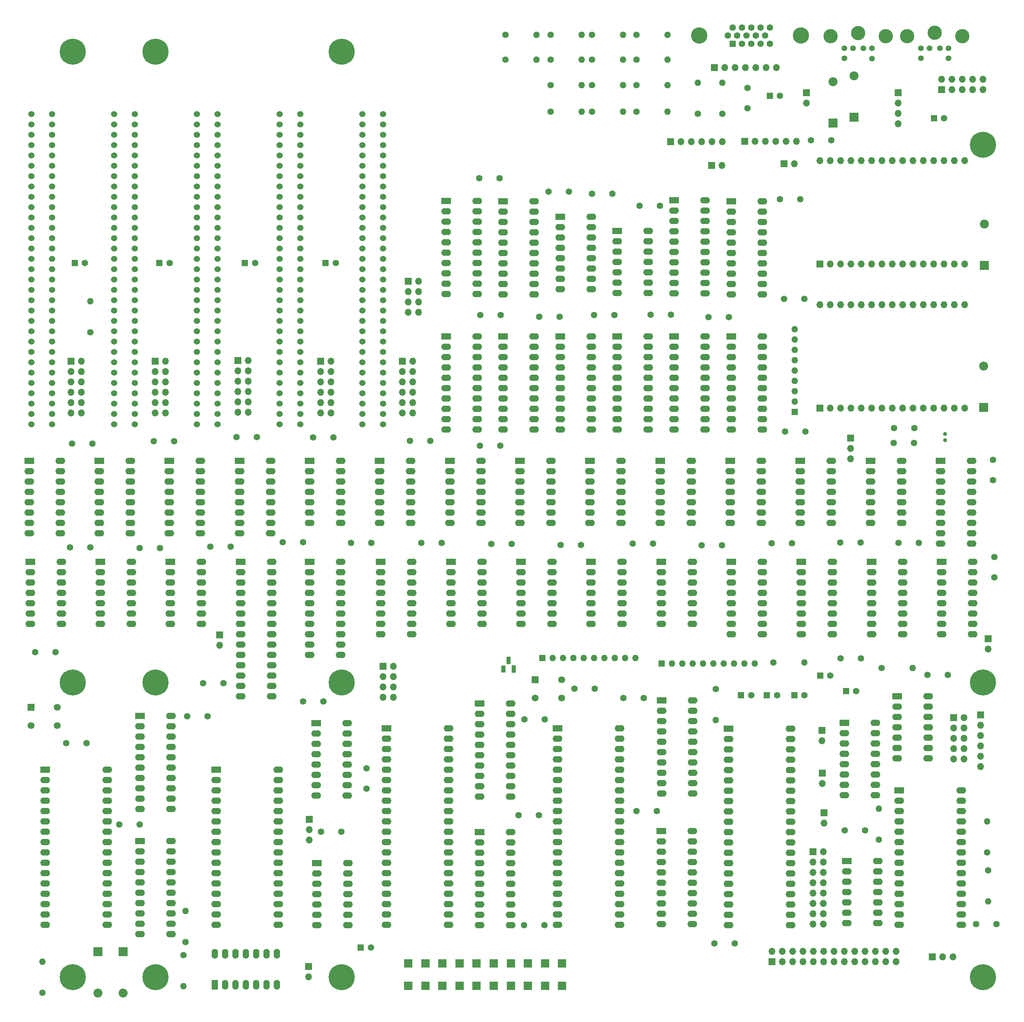
<source format=gts>
%TF.GenerationSoftware,KiCad,Pcbnew,8.0.6*%
%TF.CreationDate,2025-02-28T18:50:49-06:00*%
%TF.ProjectId,6809PC-6U,36383039-5043-42d3-9655-2e6b69636164,2/28/2025 001*%
%TF.SameCoordinates,Original*%
%TF.FileFunction,Soldermask,Top*%
%TF.FilePolarity,Negative*%
%FSLAX46Y46*%
G04 Gerber Fmt 4.6, Leading zero omitted, Abs format (unit mm)*
G04 Created by KiCad (PCBNEW 8.0.6) date 2025-02-28 18:50:49*
%MOMM*%
%LPD*%
G01*
G04 APERTURE LIST*
G04 Aperture macros list*
%AMRoundRect*
0 Rectangle with rounded corners*
0 $1 Rounding radius*
0 $2 $3 $4 $5 $6 $7 $8 $9 X,Y pos of 4 corners*
0 Add a 4 corners polygon primitive as box body*
4,1,4,$2,$3,$4,$5,$6,$7,$8,$9,$2,$3,0*
0 Add four circle primitives for the rounded corners*
1,1,$1+$1,$2,$3*
1,1,$1+$1,$4,$5*
1,1,$1+$1,$6,$7*
1,1,$1+$1,$8,$9*
0 Add four rect primitives between the rounded corners*
20,1,$1+$1,$2,$3,$4,$5,0*
20,1,$1+$1,$4,$5,$6,$7,0*
20,1,$1+$1,$6,$7,$8,$9,0*
20,1,$1+$1,$8,$9,$2,$3,0*%
G04 Aperture macros list end*
%ADD10C,1.600000*%
%ADD11O,1.600000X1.600000*%
%ADD12R,1.700000X1.700000*%
%ADD13C,1.700000*%
%ADD14O,1.700000X1.700000*%
%ADD15R,1.600000X1.600000*%
%ADD16R,2.400000X1.600000*%
%ADD17O,2.400000X1.600000*%
%ADD18R,1.600000X2.400000*%
%ADD19O,1.600000X2.400000*%
%ADD20R,2.200000X2.200000*%
%ADD21O,2.200000X2.200000*%
%ADD22C,1.000000*%
%ADD23C,3.600000*%
%ADD24C,6.400000*%
%ADD25R,2.125980X2.125980*%
%ADD26C,1.524000*%
%ADD27C,1.422400*%
%ADD28C,3.497580*%
%ADD29R,1.100000X1.800000*%
%ADD30RoundRect,0.275000X-0.275000X-0.625000X0.275000X-0.625000X0.275000X0.625000X-0.275000X0.625000X0*%
%ADD31C,4.000000*%
G04 APERTURE END LIST*
D10*
%TO.C,R26*%
X87376000Y-135255000D03*
D11*
X87376000Y-127635000D03*
%TD*%
D12*
%TO.C,SW1*%
X72764200Y-227386200D03*
D13*
X79264200Y-227386200D03*
X72764200Y-231886200D03*
X79264200Y-231886200D03*
%TD*%
D12*
%TO.C,SW2*%
X196617000Y-220600200D03*
D13*
X203117000Y-220600200D03*
X196617000Y-225100200D03*
X203117000Y-225100200D03*
%TD*%
D12*
%TO.C,P16*%
X285707600Y-76402600D03*
D14*
X285707600Y-78942600D03*
X285707600Y-81482600D03*
X285707600Y-84022600D03*
%TD*%
D12*
%TO.C,K2*%
X274084600Y-161244600D03*
D14*
X274084600Y-163784600D03*
X274084600Y-166324600D03*
%TD*%
D12*
%TO.C,K1*%
X141141000Y-254919800D03*
D14*
X141141000Y-257459800D03*
X141141000Y-259999800D03*
%TD*%
D12*
%TO.C,K3*%
X294150600Y-288701800D03*
D14*
X296690600Y-288701800D03*
X299230600Y-288701800D03*
%TD*%
D12*
%TO.C,P12*%
X140988600Y-291033600D03*
D14*
X140988600Y-293573600D03*
%TD*%
D12*
%TO.C,JP1*%
X119093800Y-209606200D03*
D14*
X119093800Y-212146200D03*
%TD*%
D12*
%TO.C,JP3*%
X267531400Y-253294200D03*
D14*
X267531400Y-255834200D03*
%TD*%
D15*
%TO.C,RR1*%
X198341800Y-215270400D03*
D11*
X200881800Y-215270400D03*
X203421800Y-215270400D03*
X205961800Y-215270400D03*
X208501800Y-215270400D03*
X211041800Y-215270400D03*
X213581800Y-215270400D03*
X216121800Y-215270400D03*
X218661800Y-215270400D03*
X221201800Y-215270400D03*
%TD*%
D15*
%TO.C,RR2*%
X227653400Y-216667400D03*
D11*
X230193400Y-216667400D03*
X232733400Y-216667400D03*
X235273400Y-216667400D03*
X237813400Y-216667400D03*
X240353400Y-216667400D03*
X242893400Y-216667400D03*
X245433400Y-216667400D03*
X247973400Y-216667400D03*
X250513400Y-216667400D03*
%TD*%
D10*
%TO.C,R6*%
X307585800Y-263064600D03*
D11*
X307585800Y-255444600D03*
%TD*%
D10*
%TO.C,R7*%
X281017400Y-259915000D03*
D11*
X281017400Y-252295000D03*
%TD*%
D10*
%TO.C,R4*%
X281704600Y-217734200D03*
D11*
X289324600Y-217734200D03*
%TD*%
D10*
%TO.C,R1*%
X110254600Y-288244600D03*
D11*
X110254600Y-295864600D03*
%TD*%
D10*
%TO.C,R3*%
X110762600Y-285044200D03*
D11*
X110762600Y-277424200D03*
%TD*%
D10*
%TO.C,R2*%
X75582200Y-297507000D03*
D11*
X75582200Y-289887000D03*
%TD*%
D12*
%TO.C,P18*%
X299332200Y-229926200D03*
D14*
X301872200Y-229926200D03*
X299332200Y-232466200D03*
X301872200Y-232466200D03*
X299332200Y-235006200D03*
X301872200Y-235006200D03*
X299332200Y-237546200D03*
X301872200Y-237546200D03*
X299332200Y-240086200D03*
X301872200Y-240086200D03*
%TD*%
D12*
%TO.C,P15*%
X159220800Y-217312400D03*
D14*
X161760800Y-217312400D03*
X159220800Y-219852400D03*
X161760800Y-219852400D03*
X159220800Y-222392400D03*
X161760800Y-222392400D03*
X159220800Y-224932400D03*
X161760800Y-224932400D03*
%TD*%
D12*
%TO.C,P1*%
X165418400Y-122748200D03*
D14*
X167958400Y-122748200D03*
X165418400Y-125288200D03*
X167958400Y-125288200D03*
X165418400Y-127828200D03*
X167958400Y-127828200D03*
X165418400Y-130368200D03*
X167958400Y-130368200D03*
%TD*%
D12*
%TO.C,P20*%
X254780600Y-289870200D03*
D14*
X254780600Y-287330200D03*
X257320600Y-289870200D03*
X257320600Y-287330200D03*
X259860600Y-289870200D03*
X259860600Y-287330200D03*
X262400600Y-289870200D03*
X262400600Y-287330200D03*
X264940600Y-289870200D03*
X264940600Y-287330200D03*
X267480600Y-289870200D03*
X267480600Y-287330200D03*
X270020600Y-289870200D03*
X270020600Y-287330200D03*
X272560600Y-289870200D03*
X272560600Y-287330200D03*
X275100600Y-289870200D03*
X275100600Y-287330200D03*
X277640600Y-289870200D03*
X277640600Y-287330200D03*
X280180600Y-289870200D03*
X280180600Y-287330200D03*
X282720600Y-289870200D03*
X282720600Y-287330200D03*
X285260600Y-289870200D03*
X285260600Y-287330200D03*
%TD*%
D16*
%TO.C,U57*%
X202099000Y-232582400D03*
D17*
X202099000Y-235122400D03*
X202099000Y-237662400D03*
X202099000Y-240202400D03*
X202099000Y-242742400D03*
X202099000Y-245282400D03*
X202099000Y-247822400D03*
X202099000Y-250362400D03*
X202099000Y-252902400D03*
X202099000Y-255442400D03*
X202099000Y-257982400D03*
X202099000Y-260522400D03*
X202099000Y-263062400D03*
X202099000Y-265602400D03*
X202099000Y-268142400D03*
X202099000Y-270682400D03*
X202099000Y-273222400D03*
X202099000Y-275762400D03*
X202099000Y-278302400D03*
X202099000Y-280842400D03*
X217339000Y-280842400D03*
X217339000Y-278302400D03*
X217339000Y-275762400D03*
X217339000Y-273222400D03*
X217339000Y-270682400D03*
X217339000Y-268142400D03*
X217339000Y-265602400D03*
X217339000Y-263062400D03*
X217339000Y-260522400D03*
X217339000Y-257982400D03*
X217339000Y-255442400D03*
X217339000Y-252902400D03*
X217339000Y-250362400D03*
X217339000Y-247822400D03*
X217339000Y-245282400D03*
X217339000Y-242742400D03*
X217339000Y-240202400D03*
X217339000Y-237662400D03*
X217339000Y-235122400D03*
X217339000Y-232582400D03*
%TD*%
D16*
%TO.C,U58*%
X244087800Y-232618400D03*
D17*
X244087800Y-235158400D03*
X244087800Y-237698400D03*
X244087800Y-240238400D03*
X244087800Y-242778400D03*
X244087800Y-245318400D03*
X244087800Y-247858400D03*
X244087800Y-250398400D03*
X244087800Y-252938400D03*
X244087800Y-255478400D03*
X244087800Y-258018400D03*
X244087800Y-260558400D03*
X244087800Y-263098400D03*
X244087800Y-265638400D03*
X244087800Y-268178400D03*
X244087800Y-270718400D03*
X244087800Y-273258400D03*
X244087800Y-275798400D03*
X244087800Y-278338400D03*
X244087800Y-280878400D03*
X259327800Y-280878400D03*
X259327800Y-278338400D03*
X259327800Y-275798400D03*
X259327800Y-273258400D03*
X259327800Y-270718400D03*
X259327800Y-268178400D03*
X259327800Y-265638400D03*
X259327800Y-263098400D03*
X259327800Y-260558400D03*
X259327800Y-258018400D03*
X259327800Y-255478400D03*
X259327800Y-252938400D03*
X259327800Y-250398400D03*
X259327800Y-247858400D03*
X259327800Y-245318400D03*
X259327800Y-242778400D03*
X259327800Y-240238400D03*
X259327800Y-237698400D03*
X259327800Y-235158400D03*
X259327800Y-232618400D03*
%TD*%
D16*
%TO.C,U9*%
X118226200Y-242732400D03*
D17*
X118226200Y-245272400D03*
X118226200Y-247812400D03*
X118226200Y-250352400D03*
X118226200Y-252892400D03*
X118226200Y-255432400D03*
X118226200Y-257972400D03*
X118226200Y-260512400D03*
X118226200Y-263052400D03*
X118226200Y-265592400D03*
X118226200Y-268132400D03*
X118226200Y-270672400D03*
X118226200Y-273212400D03*
X118226200Y-275752400D03*
X118226200Y-278292400D03*
X118226200Y-280832400D03*
X133466200Y-280832400D03*
X133466200Y-278292400D03*
X133466200Y-275752400D03*
X133466200Y-273212400D03*
X133466200Y-270672400D03*
X133466200Y-268132400D03*
X133466200Y-265592400D03*
X133466200Y-263052400D03*
X133466200Y-260512400D03*
X133466200Y-257972400D03*
X133466200Y-255432400D03*
X133466200Y-252892400D03*
X133466200Y-250352400D03*
X133466200Y-247812400D03*
X133466200Y-245272400D03*
X133466200Y-242732400D03*
%TD*%
D16*
%TO.C,U8*%
X76289800Y-242732400D03*
D17*
X76289800Y-245272400D03*
X76289800Y-247812400D03*
X76289800Y-250352400D03*
X76289800Y-252892400D03*
X76289800Y-255432400D03*
X76289800Y-257972400D03*
X76289800Y-260512400D03*
X76289800Y-263052400D03*
X76289800Y-265592400D03*
X76289800Y-268132400D03*
X76289800Y-270672400D03*
X76289800Y-273212400D03*
X76289800Y-275752400D03*
X76289800Y-278292400D03*
X76289800Y-280832400D03*
X91529800Y-280832400D03*
X91529800Y-278292400D03*
X91529800Y-275752400D03*
X91529800Y-273212400D03*
X91529800Y-270672400D03*
X91529800Y-268132400D03*
X91529800Y-265592400D03*
X91529800Y-263052400D03*
X91529800Y-260512400D03*
X91529800Y-257972400D03*
X91529800Y-255432400D03*
X91529800Y-252892400D03*
X91529800Y-250352400D03*
X91529800Y-247812400D03*
X91529800Y-245272400D03*
X91529800Y-242732400D03*
%TD*%
D16*
%TO.C,U48*%
X285971800Y-247782400D03*
D17*
X285971800Y-250322400D03*
X285971800Y-252862400D03*
X285971800Y-255402400D03*
X285971800Y-257942400D03*
X285971800Y-260482400D03*
X285971800Y-263022400D03*
X285971800Y-265562400D03*
X285971800Y-268102400D03*
X285971800Y-270642400D03*
X285971800Y-273182400D03*
X285971800Y-275722400D03*
X285971800Y-278262400D03*
X285971800Y-280802400D03*
X301211800Y-280802400D03*
X301211800Y-278262400D03*
X301211800Y-275722400D03*
X301211800Y-273182400D03*
X301211800Y-270642400D03*
X301211800Y-268102400D03*
X301211800Y-265562400D03*
X301211800Y-263022400D03*
X301211800Y-260482400D03*
X301211800Y-257942400D03*
X301211800Y-255402400D03*
X301211800Y-252862400D03*
X301211800Y-250322400D03*
X301211800Y-247782400D03*
%TD*%
D16*
%TO.C,U40*%
X124256600Y-191648400D03*
D17*
X124256600Y-194188400D03*
X124256600Y-196728400D03*
X124256600Y-199268400D03*
X124256600Y-201808400D03*
X124256600Y-204348400D03*
X124256600Y-206888400D03*
X124256600Y-209428400D03*
X124256600Y-211968400D03*
X124256600Y-214508400D03*
X124256600Y-217048400D03*
X124256600Y-219588400D03*
X124256600Y-222128400D03*
X124256600Y-224668400D03*
X131876600Y-224668400D03*
X131876600Y-222128400D03*
X131876600Y-219588400D03*
X131876600Y-217048400D03*
X131876600Y-214508400D03*
X131876600Y-211968400D03*
X131876600Y-209428400D03*
X131876600Y-206888400D03*
X131876600Y-204348400D03*
X131876600Y-201808400D03*
X131876600Y-199268400D03*
X131876600Y-196728400D03*
X131876600Y-194188400D03*
X131876600Y-191648400D03*
%TD*%
D16*
%TO.C,U38*%
X141215500Y-191648400D03*
D17*
X141215500Y-194188400D03*
X141215500Y-196728400D03*
X141215500Y-199268400D03*
X141215500Y-201808400D03*
X141215500Y-204348400D03*
X141215500Y-206888400D03*
X141215500Y-209428400D03*
X141215500Y-211968400D03*
X141215500Y-214508400D03*
X148835500Y-214508400D03*
X148835500Y-211968400D03*
X148835500Y-209428400D03*
X148835500Y-206888400D03*
X148835500Y-204348400D03*
X148835500Y-201808400D03*
X148835500Y-199268400D03*
X148835500Y-196728400D03*
X148835500Y-194188400D03*
X148835500Y-191648400D03*
%TD*%
D16*
%TO.C,U46*%
X182974800Y-226446400D03*
D17*
X182974800Y-228986400D03*
X182974800Y-231526400D03*
X182974800Y-234066400D03*
X182974800Y-236606400D03*
X182974800Y-239146400D03*
X182974800Y-241686400D03*
X182974800Y-244226400D03*
X182974800Y-246766400D03*
X182974800Y-249306400D03*
X190594800Y-249306400D03*
X190594800Y-246766400D03*
X190594800Y-244226400D03*
X190594800Y-241686400D03*
X190594800Y-239146400D03*
X190594800Y-236606400D03*
X190594800Y-234066400D03*
X190594800Y-231526400D03*
X190594800Y-228986400D03*
X190594800Y-226446400D03*
%TD*%
D16*
%TO.C,U31*%
X227678800Y-225684400D03*
D17*
X227678800Y-228224400D03*
X227678800Y-230764400D03*
X227678800Y-233304400D03*
X227678800Y-235844400D03*
X227678800Y-238384400D03*
X227678800Y-240924400D03*
X227678800Y-243464400D03*
X227678800Y-246004400D03*
X227678800Y-248544400D03*
X235298800Y-248544400D03*
X235298800Y-246004400D03*
X235298800Y-243464400D03*
X235298800Y-240924400D03*
X235298800Y-238384400D03*
X235298800Y-235844400D03*
X235298800Y-233304400D03*
X235298800Y-230764400D03*
X235298800Y-228224400D03*
X235298800Y-225684400D03*
%TD*%
D16*
%TO.C,U39*%
X99535800Y-260228400D03*
D17*
X99535800Y-262768400D03*
X99535800Y-265308400D03*
X99535800Y-267848400D03*
X99535800Y-270388400D03*
X99535800Y-272928400D03*
X99535800Y-275468400D03*
X99535800Y-278008400D03*
X99535800Y-280548400D03*
X99535800Y-283088400D03*
X107155800Y-283088400D03*
X107155800Y-280548400D03*
X107155800Y-278008400D03*
X107155800Y-275468400D03*
X107155800Y-272928400D03*
X107155800Y-270388400D03*
X107155800Y-267848400D03*
X107155800Y-265308400D03*
X107155800Y-262768400D03*
X107155800Y-260228400D03*
%TD*%
D16*
%TO.C,U28*%
X216736100Y-136276400D03*
D17*
X216736100Y-138816400D03*
X216736100Y-141356400D03*
X216736100Y-143896400D03*
X216736100Y-146436400D03*
X216736100Y-148976400D03*
X216736100Y-151516400D03*
X216736100Y-154056400D03*
X216736100Y-156596400D03*
X216736100Y-159136400D03*
X224356100Y-159136400D03*
X224356100Y-156596400D03*
X224356100Y-154056400D03*
X224356100Y-151516400D03*
X224356100Y-148976400D03*
X224356100Y-146436400D03*
X224356100Y-143896400D03*
X224356100Y-141356400D03*
X224356100Y-138816400D03*
X224356100Y-136276400D03*
%TD*%
D16*
%TO.C,U3*%
X202730700Y-136276400D03*
D17*
X202730700Y-138816400D03*
X202730700Y-141356400D03*
X202730700Y-143896400D03*
X202730700Y-146436400D03*
X202730700Y-148976400D03*
X202730700Y-151516400D03*
X202730700Y-154056400D03*
X202730700Y-156596400D03*
X202730700Y-159136400D03*
X210350700Y-159136400D03*
X210350700Y-156596400D03*
X210350700Y-154056400D03*
X210350700Y-151516400D03*
X210350700Y-148976400D03*
X210350700Y-146436400D03*
X210350700Y-143896400D03*
X210350700Y-141356400D03*
X210350700Y-138816400D03*
X210350700Y-136276400D03*
%TD*%
D16*
%TO.C,U36*%
X227551800Y-257815400D03*
D17*
X227551800Y-260355400D03*
X227551800Y-262895400D03*
X227551800Y-265435400D03*
X227551800Y-267975400D03*
X227551800Y-270515400D03*
X227551800Y-273055400D03*
X227551800Y-275595400D03*
X227551800Y-278135400D03*
X227551800Y-280675400D03*
X235171800Y-280675400D03*
X235171800Y-278135400D03*
X235171800Y-275595400D03*
X235171800Y-273055400D03*
X235171800Y-270515400D03*
X235171800Y-267975400D03*
X235171800Y-265435400D03*
X235171800Y-262895400D03*
X235171800Y-260355400D03*
X235171800Y-257815400D03*
%TD*%
D16*
%TO.C,U34*%
X230741600Y-136276400D03*
D17*
X230741600Y-138816400D03*
X230741600Y-141356400D03*
X230741600Y-143896400D03*
X230741600Y-146436400D03*
X230741600Y-148976400D03*
X230741600Y-151516400D03*
X230741600Y-154056400D03*
X230741600Y-156596400D03*
X230741600Y-159136400D03*
X238361600Y-159136400D03*
X238361600Y-156596400D03*
X238361600Y-154056400D03*
X238361600Y-151516400D03*
X238361600Y-148976400D03*
X238361600Y-146436400D03*
X238361600Y-143896400D03*
X238361600Y-141356400D03*
X238361600Y-138816400D03*
X238361600Y-136276400D03*
%TD*%
D16*
%TO.C,U41*%
X99535800Y-229494400D03*
D17*
X99535800Y-232034400D03*
X99535800Y-234574400D03*
X99535800Y-237114400D03*
X99535800Y-239654400D03*
X99535800Y-242194400D03*
X99535800Y-244734400D03*
X99535800Y-247274400D03*
X99535800Y-249814400D03*
X99535800Y-252354400D03*
X107155800Y-252354400D03*
X107155800Y-249814400D03*
X107155800Y-247274400D03*
X107155800Y-244734400D03*
X107155800Y-242194400D03*
X107155800Y-239654400D03*
X107155800Y-237114400D03*
X107155800Y-234574400D03*
X107155800Y-232034400D03*
X107155800Y-229494400D03*
%TD*%
D16*
%TO.C,U30*%
X142836800Y-231303400D03*
D17*
X142836800Y-233843400D03*
X142836800Y-236383400D03*
X142836800Y-238923400D03*
X142836800Y-241463400D03*
X142836800Y-244003400D03*
X142836800Y-246543400D03*
X142836800Y-249083400D03*
X150456800Y-249083400D03*
X150456800Y-246543400D03*
X150456800Y-244003400D03*
X150456800Y-241463400D03*
X150456800Y-238923400D03*
X150456800Y-236383400D03*
X150456800Y-233843400D03*
X150456800Y-231303400D03*
%TD*%
D16*
%TO.C,U49*%
X272509800Y-231196200D03*
D17*
X272509800Y-233736200D03*
X272509800Y-236276200D03*
X272509800Y-238816200D03*
X272509800Y-241356200D03*
X272509800Y-243896200D03*
X272509800Y-246436200D03*
X272509800Y-248976200D03*
X280129800Y-248976200D03*
X280129800Y-246436200D03*
X280129800Y-243896200D03*
X280129800Y-241356200D03*
X280129800Y-238816200D03*
X280129800Y-236276200D03*
X280129800Y-233736200D03*
X280129800Y-231196200D03*
%TD*%
D16*
%TO.C,U42*%
X124002600Y-166883400D03*
D17*
X124002600Y-169423400D03*
X124002600Y-171963400D03*
X124002600Y-174503400D03*
X124002600Y-177043400D03*
X124002600Y-179583400D03*
X124002600Y-182123400D03*
X124002600Y-184663400D03*
X131622600Y-184663400D03*
X131622600Y-182123400D03*
X131622600Y-179583400D03*
X131622600Y-177043400D03*
X131622600Y-174503400D03*
X131622600Y-171963400D03*
X131622600Y-169423400D03*
X131622600Y-166883400D03*
%TD*%
D16*
%TO.C,P17*%
X273138800Y-265146200D03*
D17*
X273138800Y-267686200D03*
X273138800Y-270226200D03*
X273138800Y-272766200D03*
X273138800Y-275306200D03*
X273138800Y-277846200D03*
X273138800Y-280386200D03*
X280758800Y-280386200D03*
X280758800Y-277846200D03*
X280758800Y-275306200D03*
X280758800Y-272766200D03*
X280758800Y-270226200D03*
X280758800Y-267686200D03*
X280758800Y-265146200D03*
%TD*%
D18*
%TO.C,U19*%
X117950800Y-295534400D03*
D19*
X120490800Y-295534400D03*
X123030800Y-295534400D03*
X125570800Y-295534400D03*
X128110800Y-295534400D03*
X130650800Y-295534400D03*
X133190800Y-295534400D03*
X133190800Y-287914400D03*
X130650800Y-287914400D03*
X128110800Y-287914400D03*
X125570800Y-287914400D03*
X123030800Y-287914400D03*
X120490800Y-287914400D03*
X117950800Y-287914400D03*
%TD*%
D16*
%TO.C,P14*%
X142969800Y-265689400D03*
D17*
X142969800Y-268229400D03*
X142969800Y-270769400D03*
X142969800Y-273309400D03*
X142969800Y-275849400D03*
X142969800Y-278389400D03*
X142969800Y-280929400D03*
X150589800Y-280929400D03*
X150589800Y-278389400D03*
X150589800Y-275849400D03*
X150589800Y-273309400D03*
X150589800Y-270769400D03*
X150589800Y-268229400D03*
X150589800Y-265689400D03*
%TD*%
D16*
%TO.C,U7*%
X216736100Y-110368400D03*
D17*
X216736100Y-112908400D03*
X216736100Y-115448400D03*
X216736100Y-117988400D03*
X216736100Y-120528400D03*
X216736100Y-123068400D03*
X216736100Y-125608400D03*
X224356100Y-125608400D03*
X224356100Y-123068400D03*
X224356100Y-120528400D03*
X224356100Y-117988400D03*
X224356100Y-115448400D03*
X224356100Y-112908400D03*
X224356100Y-110368400D03*
%TD*%
D20*
%TO.C,D2*%
X89197800Y-287453400D03*
D21*
X89197800Y-297613400D03*
%TD*%
D20*
%TO.C,D1*%
X95395400Y-287453400D03*
D21*
X95395400Y-297613400D03*
%TD*%
D10*
%TO.C,C29*%
X123259400Y-160990600D03*
X128259400Y-160990600D03*
%TD*%
%TO.C,C46*%
X102934600Y-162030600D03*
X107934600Y-162030600D03*
%TD*%
%TO.C,C44*%
X220536600Y-187176600D03*
X225536600Y-187176600D03*
%TD*%
%TO.C,C42*%
X99480200Y-188243400D03*
X104480200Y-188243400D03*
%TD*%
%TO.C,C39*%
X222217800Y-104196200D03*
X227217800Y-104196200D03*
%TD*%
%TO.C,C36*%
X272636800Y-257612200D03*
X277636800Y-257612200D03*
%TD*%
%TO.C,C32*%
X218250600Y-225073400D03*
X223250600Y-225073400D03*
%TD*%
%TO.C,C25*%
X183046200Y-163148200D03*
X188046200Y-163148200D03*
%TD*%
%TO.C,C48*%
X82868600Y-162589400D03*
X87868600Y-162589400D03*
%TD*%
%TO.C,C50*%
X285814600Y-186973400D03*
X290814600Y-186973400D03*
%TD*%
%TO.C,C52*%
X116803000Y-187938600D03*
X121803000Y-187938600D03*
%TD*%
%TO.C,C54*%
X202858200Y-187532200D03*
X207858200Y-187532200D03*
%TD*%
%TO.C,C62*%
X237503800Y-187633800D03*
X242503800Y-187633800D03*
%TD*%
%TO.C,C58*%
X144031800Y-257966400D03*
X149031800Y-257966400D03*
%TD*%
%TO.C,C24*%
X182898600Y-97389000D03*
X187898600Y-97389000D03*
%TD*%
%TO.C,C23*%
X168623800Y-187000200D03*
X173623800Y-187000200D03*
%TD*%
%TO.C,C27*%
X292909800Y-219410600D03*
X297909800Y-219410600D03*
%TD*%
%TO.C,C19*%
X254657400Y-187101800D03*
X259657400Y-187101800D03*
%TD*%
%TO.C,C31*%
X94451000Y-256213800D03*
X99451000Y-256213800D03*
%TD*%
%TO.C,C34*%
X221455800Y-252837000D03*
X226455800Y-252837000D03*
%TD*%
%TO.C,C38*%
X185789400Y-187278200D03*
X190789400Y-187278200D03*
%TD*%
%TO.C,C15*%
X111169000Y-229570600D03*
X116169000Y-229570600D03*
%TD*%
%TO.C,C11*%
X134638600Y-186847800D03*
X139638600Y-186847800D03*
%TD*%
%TO.C,C7*%
X309011000Y-166573800D03*
X309011000Y-171573800D03*
%TD*%
%TO.C,C20*%
X211037000Y-131042600D03*
X216037000Y-131042600D03*
%TD*%
%TO.C,C16*%
X257705400Y-127056200D03*
X262705400Y-127056200D03*
%TD*%
%TO.C,C12*%
X257925400Y-159643000D03*
X262925400Y-159643000D03*
%TD*%
%TO.C,C8*%
X264275400Y-88116600D03*
X269275400Y-88116600D03*
%TD*%
%TO.C,C5*%
X271489000Y-186922600D03*
X276489000Y-186922600D03*
%TD*%
%TO.C,C9*%
X82365400Y-188117800D03*
X87365400Y-188117800D03*
%TD*%
%TO.C,C13*%
X240585800Y-285374400D03*
X245585800Y-285374400D03*
%TD*%
%TO.C,C17*%
X193922200Y-230332600D03*
X198922200Y-230332600D03*
%TD*%
%TO.C,C21*%
X165825000Y-161929000D03*
X170825000Y-161929000D03*
%TD*%
D15*
%TO.C,C61*%
X253503800Y-224407400D03*
D10*
X256003800Y-224407400D03*
%TD*%
D15*
%TO.C,C65*%
X272930800Y-223398400D03*
D10*
X275430800Y-223398400D03*
%TD*%
D15*
%TO.C,C35*%
X266580800Y-219588400D03*
D10*
X269080800Y-219588400D03*
%TD*%
D15*
%TO.C,C2*%
X83523000Y-118267800D03*
D10*
X86023000Y-118267800D03*
%TD*%
D15*
%TO.C,C3*%
X125310000Y-118267800D03*
D10*
X127810000Y-118267800D03*
%TD*%
D15*
%TO.C,C28*%
X153739400Y-286365000D03*
D10*
X156239400Y-286365000D03*
%TD*%
D15*
%TO.C,C63*%
X260234800Y-224407400D03*
D10*
X262734800Y-224407400D03*
%TD*%
D15*
%TO.C,C4*%
X104329600Y-118267800D03*
D10*
X106829600Y-118267800D03*
%TD*%
D15*
%TO.C,C1*%
X145103400Y-118267800D03*
D10*
X147603400Y-118267800D03*
%TD*%
D15*
%TO.C,C64*%
X294520800Y-82682400D03*
D10*
X297020800Y-82682400D03*
%TD*%
D15*
%TO.C,C66*%
X247153800Y-224407400D03*
D10*
X249653800Y-224407400D03*
%TD*%
D22*
%TO.C,X1*%
X297253400Y-161766600D03*
X297253400Y-160266600D03*
%TD*%
D23*
%TO.C,P6*%
X149040400Y-66372400D03*
D24*
X149040400Y-66372400D03*
%TD*%
D23*
%TO.C,P5*%
X83000400Y-293702400D03*
D24*
X83000400Y-293702400D03*
%TD*%
D23*
%TO.C,P3*%
X103320400Y-293702400D03*
D24*
X103320400Y-293702400D03*
%TD*%
D23*
%TO.C,P2*%
X103320400Y-66372400D03*
D24*
X103320400Y-66372400D03*
%TD*%
D23*
%TO.C,P7*%
X83000400Y-66372400D03*
D24*
X83000400Y-66372400D03*
%TD*%
D25*
%TO.C,P11*%
X203221100Y-295829020D03*
X203221100Y-290327380D03*
X199019940Y-295829020D03*
X199019940Y-290327380D03*
X194821320Y-295829020D03*
X194821320Y-290327380D03*
X190620160Y-295829020D03*
X190620160Y-290327380D03*
X186421540Y-295829020D03*
X186421540Y-290327380D03*
X182220380Y-295829020D03*
X182220380Y-290327380D03*
X178021760Y-295829020D03*
X178021760Y-290327380D03*
X173820600Y-295829020D03*
X173820600Y-290327380D03*
X169621980Y-295829020D03*
X169621980Y-290327380D03*
X165420820Y-295829020D03*
X165420820Y-290327380D03*
%TD*%
D10*
%TO.C,C37*%
X197575000Y-131449000D03*
X202575000Y-131449000D03*
%TD*%
%TO.C,C6*%
X224961000Y-130917000D03*
X229961000Y-130917000D03*
%TD*%
%TO.C,C10*%
X199865800Y-100691000D03*
X204865800Y-100691000D03*
%TD*%
%TO.C,C14*%
X155161800Y-247401400D03*
X155161800Y-242401400D03*
%TD*%
%TO.C,C18*%
X210579800Y-101223000D03*
X215579800Y-101223000D03*
%TD*%
%TO.C,C22*%
X304847800Y-280675400D03*
X309847800Y-280675400D03*
%TD*%
%TO.C,C26*%
X193896800Y-280929400D03*
X198896800Y-280929400D03*
%TD*%
%TO.C,C30*%
X256711000Y-102570600D03*
X261711000Y-102570600D03*
%TD*%
%TO.C,C33*%
X81454800Y-236225400D03*
X86454800Y-236225400D03*
%TD*%
%TO.C,C55*%
X192495000Y-253877000D03*
X197495000Y-253877000D03*
%TD*%
%TO.C,C40*%
X183097000Y-131042600D03*
X188097000Y-131042600D03*
%TD*%
%TO.C,C43*%
X142050600Y-161116200D03*
X147050600Y-161116200D03*
%TD*%
%TO.C,C45*%
X139620800Y-225938400D03*
X144620800Y-225938400D03*
%TD*%
%TO.C,C47*%
X115008200Y-221493400D03*
X120008200Y-221493400D03*
%TD*%
%TO.C,C49*%
X151397800Y-187024200D03*
X156397800Y-187024200D03*
%TD*%
%TO.C,C51*%
X309315800Y-190500600D03*
X309315800Y-195500600D03*
%TD*%
%TO.C,C53*%
X239134200Y-131526600D03*
X244134200Y-131526600D03*
%TD*%
D16*
%TO.C,U45*%
X174719800Y-136276400D03*
D17*
X174719800Y-138816400D03*
X174719800Y-141356400D03*
X174719800Y-143896400D03*
X174719800Y-146436400D03*
X174719800Y-148976400D03*
X174719800Y-151516400D03*
X174719800Y-154056400D03*
X174719800Y-156596400D03*
X174719800Y-159136400D03*
X182339800Y-159136400D03*
X182339800Y-156596400D03*
X182339800Y-154056400D03*
X182339800Y-151516400D03*
X182339800Y-148976400D03*
X182339800Y-146436400D03*
X182339800Y-143896400D03*
X182339800Y-141356400D03*
X182339800Y-138816400D03*
X182339800Y-136276400D03*
%TD*%
D16*
%TO.C,U26*%
X188725200Y-136276400D03*
D17*
X188725200Y-138816400D03*
X188725200Y-141356400D03*
X188725200Y-143896400D03*
X188725200Y-146436400D03*
X188725200Y-148976400D03*
X188725200Y-151516400D03*
X188725200Y-154056400D03*
X188725200Y-156596400D03*
X188725200Y-159136400D03*
X196345200Y-159136400D03*
X196345200Y-156596400D03*
X196345200Y-154056400D03*
X196345200Y-151516400D03*
X196345200Y-148976400D03*
X196345200Y-146436400D03*
X196345200Y-143896400D03*
X196345200Y-141356400D03*
X196345200Y-138816400D03*
X196345200Y-136276400D03*
%TD*%
D16*
%TO.C,U2*%
X244747000Y-136276400D03*
D17*
X244747000Y-138816400D03*
X244747000Y-141356400D03*
X244747000Y-143896400D03*
X244747000Y-146436400D03*
X244747000Y-148976400D03*
X244747000Y-151516400D03*
X244747000Y-154056400D03*
X244747000Y-156596400D03*
X244747000Y-159136400D03*
X252367000Y-159136400D03*
X252367000Y-156596400D03*
X252367000Y-154056400D03*
X252367000Y-151516400D03*
X252367000Y-148976400D03*
X252367000Y-146436400D03*
X252367000Y-143896400D03*
X252367000Y-141356400D03*
X252367000Y-138816400D03*
X252367000Y-136276400D03*
%TD*%
D16*
%TO.C,U25*%
X188725200Y-103129400D03*
D17*
X188725200Y-105669400D03*
X188725200Y-108209400D03*
X188725200Y-110749400D03*
X188725200Y-113289400D03*
X188725200Y-115829400D03*
X188725200Y-118369400D03*
X188725200Y-120909400D03*
X188725200Y-123449400D03*
X188725200Y-125989400D03*
X196345200Y-125989400D03*
X196345200Y-123449400D03*
X196345200Y-120909400D03*
X196345200Y-118369400D03*
X196345200Y-115829400D03*
X196345200Y-113289400D03*
X196345200Y-110749400D03*
X196345200Y-108209400D03*
X196345200Y-105669400D03*
X196345200Y-103129400D03*
%TD*%
D16*
%TO.C,U27*%
X244747000Y-103129400D03*
D17*
X244747000Y-105669400D03*
X244747000Y-108209400D03*
X244747000Y-110749400D03*
X244747000Y-113289400D03*
X244747000Y-115829400D03*
X244747000Y-118369400D03*
X244747000Y-120909400D03*
X244747000Y-123449400D03*
X244747000Y-125989400D03*
X252367000Y-125989400D03*
X252367000Y-123449400D03*
X252367000Y-120909400D03*
X252367000Y-118369400D03*
X252367000Y-115829400D03*
X252367000Y-113289400D03*
X252367000Y-110749400D03*
X252367000Y-108209400D03*
X252367000Y-105669400D03*
X252367000Y-103129400D03*
%TD*%
D16*
%TO.C,U4*%
X158428400Y-166883400D03*
D17*
X158428400Y-169423400D03*
X158428400Y-171963400D03*
X158428400Y-174503400D03*
X158428400Y-177043400D03*
X158428400Y-179583400D03*
X158428400Y-182123400D03*
X166048400Y-182123400D03*
X166048400Y-179583400D03*
X166048400Y-177043400D03*
X166048400Y-174503400D03*
X166048400Y-171963400D03*
X166048400Y-169423400D03*
X166048400Y-166883400D03*
%TD*%
D16*
%TO.C,U6*%
X227280100Y-166883400D03*
D17*
X227280100Y-169423400D03*
X227280100Y-171963400D03*
X227280100Y-174503400D03*
X227280100Y-177043400D03*
X227280100Y-179583400D03*
X227280100Y-182123400D03*
X234900100Y-182123400D03*
X234900100Y-179583400D03*
X234900100Y-177043400D03*
X234900100Y-174503400D03*
X234900100Y-171963400D03*
X234900100Y-169423400D03*
X234900100Y-166883400D03*
%TD*%
D16*
%TO.C,U5*%
X141215500Y-166883400D03*
D17*
X141215500Y-169423400D03*
X141215500Y-171963400D03*
X141215500Y-174503400D03*
X141215500Y-177043400D03*
X141215500Y-179583400D03*
X141215500Y-182123400D03*
X148835500Y-182123400D03*
X148835500Y-179583400D03*
X148835500Y-177043400D03*
X148835500Y-174503400D03*
X148835500Y-171963400D03*
X148835500Y-169423400D03*
X148835500Y-166883400D03*
%TD*%
D16*
%TO.C,U44*%
X158682400Y-191648400D03*
D17*
X158682400Y-194188400D03*
X158682400Y-196728400D03*
X158682400Y-199268400D03*
X158682400Y-201808400D03*
X158682400Y-204348400D03*
X158682400Y-206888400D03*
X158682400Y-209428400D03*
X166302400Y-209428400D03*
X166302400Y-206888400D03*
X166302400Y-204348400D03*
X166302400Y-201808400D03*
X166302400Y-199268400D03*
X166302400Y-196728400D03*
X166302400Y-194188400D03*
X166302400Y-191648400D03*
%TD*%
D16*
%TO.C,U37*%
X106789600Y-166883400D03*
D17*
X106789600Y-169423400D03*
X106789600Y-171963400D03*
X106789600Y-174503400D03*
X106789600Y-177043400D03*
X106789600Y-179583400D03*
X106789600Y-182123400D03*
X106789600Y-184663400D03*
X114409600Y-184663400D03*
X114409600Y-182123400D03*
X114409600Y-179583400D03*
X114409600Y-177043400D03*
X114409600Y-174503400D03*
X114409600Y-171963400D03*
X114409600Y-169423400D03*
X114409600Y-166883400D03*
%TD*%
D16*
%TO.C,U43*%
X72363800Y-166883400D03*
D17*
X72363800Y-169423400D03*
X72363800Y-171963400D03*
X72363800Y-174503400D03*
X72363800Y-177043400D03*
X72363800Y-179583400D03*
X72363800Y-182123400D03*
X72363800Y-184663400D03*
X79983800Y-184663400D03*
X79983800Y-182123400D03*
X79983800Y-179583400D03*
X79983800Y-177043400D03*
X79983800Y-174503400D03*
X79983800Y-171963400D03*
X79983800Y-169423400D03*
X79983800Y-166883400D03*
%TD*%
D16*
%TO.C,U35*%
X89576700Y-166883400D03*
D17*
X89576700Y-169423400D03*
X89576700Y-171963400D03*
X89576700Y-174503400D03*
X89576700Y-177043400D03*
X89576700Y-179583400D03*
X89576700Y-182123400D03*
X89576700Y-184663400D03*
X97196700Y-184663400D03*
X97196700Y-182123400D03*
X97196700Y-179583400D03*
X97196700Y-177043400D03*
X97196700Y-174503400D03*
X97196700Y-171963400D03*
X97196700Y-169423400D03*
X97196700Y-166883400D03*
%TD*%
D10*
%TO.C,R5*%
X307815800Y-267467400D03*
D11*
X307815800Y-275087400D03*
%TD*%
D10*
%TO.C,C41*%
X271573800Y-215397400D03*
X276573800Y-215397400D03*
%TD*%
D12*
%TO.C,JP5*%
X267023400Y-233075800D03*
D14*
X267023400Y-235615800D03*
%TD*%
D23*
%TO.C,P21*%
X306520400Y-89232400D03*
D24*
X306520400Y-89232400D03*
%TD*%
D16*
%TO.C,U47*%
X296131800Y-166883400D03*
D17*
X296131800Y-169423400D03*
X296131800Y-171963400D03*
X296131800Y-174503400D03*
X296131800Y-177043400D03*
X296131800Y-179583400D03*
X296131800Y-182123400D03*
X296131800Y-184663400D03*
X296131800Y-187203400D03*
X303751800Y-187203400D03*
X303751800Y-184663400D03*
X303751800Y-182123400D03*
X303751800Y-179583400D03*
X303751800Y-177043400D03*
X303751800Y-174503400D03*
X303751800Y-171963400D03*
X303751800Y-169423400D03*
X303751800Y-166883400D03*
%TD*%
D16*
%TO.C,U32*%
X182974800Y-258069400D03*
D17*
X182974800Y-260609400D03*
X182974800Y-263149400D03*
X182974800Y-265689400D03*
X182974800Y-268229400D03*
X182974800Y-270769400D03*
X182974800Y-273309400D03*
X182974800Y-275849400D03*
X182974800Y-278389400D03*
X182974800Y-280929400D03*
X190594800Y-280929400D03*
X190594800Y-278389400D03*
X190594800Y-275849400D03*
X190594800Y-273309400D03*
X190594800Y-270769400D03*
X190594800Y-268229400D03*
X190594800Y-265689400D03*
X190594800Y-263149400D03*
X190594800Y-260609400D03*
X190594800Y-258069400D03*
%TD*%
D15*
%TO.C,C68*%
X254211000Y-77170600D03*
D10*
X256711000Y-77170600D03*
%TD*%
%TO.C,R13*%
X189299400Y-68331400D03*
D11*
X196919400Y-68331400D03*
%TD*%
D12*
%TO.C,J2*%
X103308800Y-142372400D03*
D14*
X105848800Y-142372400D03*
X103308800Y-144912400D03*
X105848800Y-144912400D03*
X103308800Y-147452400D03*
X105848800Y-147452400D03*
X103308800Y-149992400D03*
X105848800Y-149992400D03*
X103308800Y-152532400D03*
X105848800Y-152532400D03*
X103308800Y-155072400D03*
X105848800Y-155072400D03*
%TD*%
D26*
%TO.C,J10*%
X154145800Y-81666400D03*
X154145800Y-84206400D03*
X154145800Y-86746400D03*
X154145800Y-89286400D03*
X154145800Y-91826400D03*
X154145800Y-94366400D03*
X154145800Y-96906400D03*
X154145800Y-99446400D03*
X154145800Y-101986400D03*
X154145800Y-104526400D03*
X154145800Y-107066400D03*
X154145800Y-109606400D03*
X154145800Y-112146400D03*
X154145800Y-114686400D03*
X154145800Y-117226400D03*
X154145800Y-119766400D03*
X154145800Y-122306400D03*
X154145800Y-124846400D03*
X154145800Y-127386400D03*
X154145800Y-129926400D03*
X154145800Y-132466400D03*
X154145800Y-135006400D03*
X154145800Y-137546400D03*
X154145800Y-140086400D03*
X154145800Y-142626400D03*
X154145800Y-145166400D03*
X154145800Y-147706400D03*
X154145800Y-150246400D03*
X154145800Y-152786400D03*
X154145800Y-155326400D03*
X154145800Y-157866400D03*
X159225800Y-81666400D03*
X159225800Y-84206400D03*
X159225800Y-86746400D03*
X159225800Y-89286400D03*
X159225800Y-91826400D03*
X159225800Y-94366400D03*
X159225800Y-96906400D03*
X159225800Y-99446400D03*
X159225800Y-101986400D03*
X159225800Y-104526400D03*
X159225800Y-107066400D03*
X159225800Y-109606400D03*
X159225800Y-112146400D03*
X159225800Y-114686400D03*
X159225800Y-117226400D03*
X159225800Y-119766400D03*
X159225800Y-122306400D03*
X159225800Y-124846400D03*
X159225800Y-127386400D03*
X159225800Y-129926400D03*
X159225800Y-132466400D03*
X159225800Y-135006400D03*
X159225800Y-137546400D03*
X159225800Y-140086400D03*
X159225800Y-142626400D03*
X159225800Y-145166400D03*
X159225800Y-147706400D03*
X159225800Y-150246400D03*
X159225800Y-152786400D03*
X159225800Y-155326400D03*
X159225800Y-157866400D03*
%TD*%
D16*
%TO.C,P13*%
X72617800Y-191648400D03*
D17*
X72617800Y-194188400D03*
X72617800Y-196728400D03*
X72617800Y-199268400D03*
X72617800Y-201808400D03*
X72617800Y-204348400D03*
X72617800Y-206888400D03*
X80237800Y-206888400D03*
X80237800Y-204348400D03*
X80237800Y-201808400D03*
X80237800Y-199268400D03*
X80237800Y-196728400D03*
X80237800Y-194188400D03*
X80237800Y-191648400D03*
%TD*%
D10*
%TO.C,R20*%
X221455800Y-81082200D03*
D11*
X229075800Y-81082200D03*
%TD*%
D23*
%TO.C,P23*%
X103320400Y-221312400D03*
D24*
X103320400Y-221312400D03*
%TD*%
D12*
%TO.C,J9*%
X164001000Y-142347000D03*
D14*
X166541000Y-142347000D03*
X164001000Y-144887000D03*
X166541000Y-144887000D03*
X164001000Y-147427000D03*
X166541000Y-147427000D03*
X164001000Y-149967000D03*
X166541000Y-149967000D03*
X164001000Y-152507000D03*
X166541000Y-152507000D03*
X164001000Y-155047000D03*
X166541000Y-155047000D03*
%TD*%
D20*
%TO.C,D3*%
X274923000Y-82483000D03*
D21*
X274923000Y-72323000D03*
%TD*%
D12*
%TO.C,J12*%
X307866600Y-210571400D03*
D14*
X307866600Y-213111400D03*
%TD*%
D12*
%TO.C,P19*%
X264788200Y-262844600D03*
D14*
X267328200Y-262844600D03*
X264788200Y-265384600D03*
X267328200Y-265384600D03*
X264788200Y-267924600D03*
X267328200Y-267924600D03*
X264788200Y-270464600D03*
X267328200Y-270464600D03*
X264788200Y-273004600D03*
X267328200Y-273004600D03*
X264788200Y-275544600D03*
X267328200Y-275544600D03*
X264788200Y-278084600D03*
X267328200Y-278084600D03*
X264788200Y-280624600D03*
X267328200Y-280624600D03*
%TD*%
D16*
%TO.C,U11*%
X175641300Y-166883400D03*
D17*
X175641300Y-169423400D03*
X175641300Y-171963400D03*
X175641300Y-174503400D03*
X175641300Y-177043400D03*
X175641300Y-179583400D03*
X175641300Y-182123400D03*
X183261300Y-182123400D03*
X183261300Y-179583400D03*
X183261300Y-177043400D03*
X183261300Y-174503400D03*
X183261300Y-171963400D03*
X183261300Y-169423400D03*
X183261300Y-166883400D03*
%TD*%
D12*
%TO.C,J13*%
X296390800Y-75651600D03*
D14*
X296390800Y-73111600D03*
X298930800Y-75651600D03*
X298930800Y-73111600D03*
X301470800Y-75651600D03*
X301470800Y-73111600D03*
X304010800Y-75651600D03*
X304010800Y-73111600D03*
X306550800Y-75651600D03*
X306550800Y-73111600D03*
%TD*%
D10*
%TO.C,R16*%
X210517000Y-68331400D03*
D11*
X218137000Y-68331400D03*
%TD*%
D10*
%TO.C,C60*%
X284595400Y-162487800D03*
X289595400Y-162487800D03*
%TD*%
D23*
%TO.C,P10*%
X306520400Y-293702400D03*
D24*
X306520400Y-293702400D03*
%TD*%
D10*
%TO.C,R17*%
X200373800Y-62184600D03*
D11*
X207993800Y-62184600D03*
%TD*%
D26*
%TO.C,J8*%
X133825800Y-81666400D03*
X133825800Y-84206400D03*
X133825800Y-86746400D03*
X133825800Y-89286400D03*
X133825800Y-91826400D03*
X133825800Y-94366400D03*
X133825800Y-96906400D03*
X133825800Y-99446400D03*
X133825800Y-101986400D03*
X133825800Y-104526400D03*
X133825800Y-107066400D03*
X133825800Y-109606400D03*
X133825800Y-112146400D03*
X133825800Y-114686400D03*
X133825800Y-117226400D03*
X133825800Y-119766400D03*
X133825800Y-122306400D03*
X133825800Y-124846400D03*
X133825800Y-127386400D03*
X133825800Y-129926400D03*
X133825800Y-132466400D03*
X133825800Y-135006400D03*
X133825800Y-137546400D03*
X133825800Y-140086400D03*
X133825800Y-142626400D03*
X133825800Y-145166400D03*
X133825800Y-147706400D03*
X133825800Y-150246400D03*
X133825800Y-152786400D03*
X133825800Y-155326400D03*
X133825800Y-157866400D03*
X138905800Y-81666400D03*
X138905800Y-84206400D03*
X138905800Y-86746400D03*
X138905800Y-89286400D03*
X138905800Y-91826400D03*
X138905800Y-94366400D03*
X138905800Y-96906400D03*
X138905800Y-99446400D03*
X138905800Y-101986400D03*
X138905800Y-104526400D03*
X138905800Y-107066400D03*
X138905800Y-109606400D03*
X138905800Y-112146400D03*
X138905800Y-114686400D03*
X138905800Y-117226400D03*
X138905800Y-119766400D03*
X138905800Y-122306400D03*
X138905800Y-124846400D03*
X138905800Y-127386400D03*
X138905800Y-129926400D03*
X138905800Y-132466400D03*
X138905800Y-135006400D03*
X138905800Y-137546400D03*
X138905800Y-140086400D03*
X138905800Y-142626400D03*
X138905800Y-145166400D03*
X138905800Y-147706400D03*
X138905800Y-150246400D03*
X138905800Y-152786400D03*
X138905800Y-155326400D03*
X138905800Y-157866400D03*
%TD*%
D10*
%TO.C,R15*%
X221455800Y-62184600D03*
D11*
X229075800Y-62184600D03*
%TD*%
D23*
%TO.C,P9*%
X306520400Y-221312400D03*
D24*
X306520400Y-221312400D03*
%TD*%
D12*
%TO.C,J15*%
X240575400Y-70233000D03*
D14*
X243115400Y-70233000D03*
X245655400Y-70233000D03*
X248195400Y-70233000D03*
X250735400Y-70233000D03*
X253275400Y-70233000D03*
X255815400Y-70233000D03*
%TD*%
D23*
%TO.C,P4*%
X149040400Y-293702400D03*
D24*
X149040400Y-293702400D03*
%TD*%
D16*
%TO.C,U10*%
X285463800Y-224668400D03*
D17*
X285463800Y-227208400D03*
X285463800Y-229748400D03*
X285463800Y-232288400D03*
X285463800Y-234828400D03*
X285463800Y-237368400D03*
X285463800Y-239908400D03*
X293083800Y-239908400D03*
X293083800Y-237368400D03*
X293083800Y-234828400D03*
X293083800Y-232288400D03*
X293083800Y-229748400D03*
X293083800Y-227208400D03*
X293083800Y-224668400D03*
%TD*%
D16*
%TO.C,U24*%
X202730700Y-106939400D03*
D17*
X202730700Y-109479400D03*
X202730700Y-112019400D03*
X202730700Y-114559400D03*
X202730700Y-117099400D03*
X202730700Y-119639400D03*
X202730700Y-122179400D03*
X202730700Y-124719400D03*
X210350700Y-124719400D03*
X210350700Y-122179400D03*
X210350700Y-119639400D03*
X210350700Y-117099400D03*
X210350700Y-114559400D03*
X210350700Y-112019400D03*
X210350700Y-109479400D03*
X210350700Y-106939400D03*
%TD*%
D12*
%TO.C,U55*%
X266516800Y-153919400D03*
D14*
X269056800Y-153919400D03*
X271596800Y-153919400D03*
X274136800Y-153919400D03*
X276676800Y-153919400D03*
X279216800Y-153919400D03*
X281756800Y-153919400D03*
X284296800Y-153919400D03*
X286836800Y-153919400D03*
X289376800Y-153919400D03*
X291916800Y-153919400D03*
X294456800Y-153919400D03*
X296996800Y-153919400D03*
X299536800Y-153919400D03*
X302076800Y-153919400D03*
X302076800Y-128479400D03*
X299536800Y-128479400D03*
X296996800Y-128479400D03*
X294456800Y-128479400D03*
X291916800Y-128479400D03*
X289376800Y-128479400D03*
X286836800Y-128479400D03*
X284296800Y-128479400D03*
X281756800Y-128479400D03*
X279216800Y-128479400D03*
X276676800Y-128479400D03*
X274136800Y-128479400D03*
X271596800Y-128479400D03*
X269056800Y-128479400D03*
X266516800Y-128479400D03*
%TD*%
D26*
%TO.C,J4*%
X93185800Y-81666400D03*
X93185800Y-84206400D03*
X93185800Y-86746400D03*
X93185800Y-89286400D03*
X93185800Y-91826400D03*
X93185800Y-94366400D03*
X93185800Y-96906400D03*
X93185800Y-99446400D03*
X93185800Y-101986400D03*
X93185800Y-104526400D03*
X93185800Y-107066400D03*
X93185800Y-109606400D03*
X93185800Y-112146400D03*
X93185800Y-114686400D03*
X93185800Y-117226400D03*
X93185800Y-119766400D03*
X93185800Y-122306400D03*
X93185800Y-124846400D03*
X93185800Y-127386400D03*
X93185800Y-129926400D03*
X93185800Y-132466400D03*
X93185800Y-135006400D03*
X93185800Y-137546400D03*
X93185800Y-140086400D03*
X93185800Y-142626400D03*
X93185800Y-145166400D03*
X93185800Y-147706400D03*
X93185800Y-150246400D03*
X93185800Y-152786400D03*
X93185800Y-155326400D03*
X93185800Y-157866400D03*
X98265800Y-81666400D03*
X98265800Y-84206400D03*
X98265800Y-86746400D03*
X98265800Y-89286400D03*
X98265800Y-91826400D03*
X98265800Y-94366400D03*
X98265800Y-96906400D03*
X98265800Y-99446400D03*
X98265800Y-101986400D03*
X98265800Y-104526400D03*
X98265800Y-107066400D03*
X98265800Y-109606400D03*
X98265800Y-112146400D03*
X98265800Y-114686400D03*
X98265800Y-117226400D03*
X98265800Y-119766400D03*
X98265800Y-122306400D03*
X98265800Y-124846400D03*
X98265800Y-127386400D03*
X98265800Y-129926400D03*
X98265800Y-132466400D03*
X98265800Y-135006400D03*
X98265800Y-137546400D03*
X98265800Y-140086400D03*
X98265800Y-142626400D03*
X98265800Y-145166400D03*
X98265800Y-147706400D03*
X98265800Y-150246400D03*
X98265800Y-152786400D03*
X98265800Y-155326400D03*
X98265800Y-157866400D03*
%TD*%
D10*
%TO.C,R18*%
X210517000Y-81082200D03*
D11*
X218137000Y-81082200D03*
%TD*%
D16*
%TO.C,U13*%
X107043600Y-191648400D03*
D17*
X107043600Y-194188400D03*
X107043600Y-196728400D03*
X107043600Y-199268400D03*
X107043600Y-201808400D03*
X107043600Y-204348400D03*
X107043600Y-206888400D03*
X114663600Y-206888400D03*
X114663600Y-204348400D03*
X114663600Y-201808400D03*
X114663600Y-199268400D03*
X114663600Y-196728400D03*
X114663600Y-194188400D03*
X114663600Y-191648400D03*
%TD*%
D23*
%TO.C,P22*%
X83000400Y-221312400D03*
D24*
X83000400Y-221312400D03*
%TD*%
D20*
%TO.C,D4*%
X269690600Y-83854600D03*
D21*
X269690600Y-73694600D03*
%TD*%
D16*
%TO.C,U17*%
X192854300Y-166883400D03*
D17*
X192854300Y-169423400D03*
X192854300Y-171963400D03*
X192854300Y-174503400D03*
X192854300Y-177043400D03*
X192854300Y-179583400D03*
X192854300Y-182123400D03*
X200474300Y-182123400D03*
X200474300Y-179583400D03*
X200474300Y-177043400D03*
X200474300Y-174503400D03*
X200474300Y-171963400D03*
X200474300Y-169423400D03*
X200474300Y-166883400D03*
%TD*%
D16*
%TO.C,U51*%
X279172900Y-191648400D03*
D17*
X279172900Y-194188400D03*
X279172900Y-196728400D03*
X279172900Y-199268400D03*
X279172900Y-201808400D03*
X279172900Y-204348400D03*
X279172900Y-206888400D03*
X279172900Y-209428400D03*
X286792900Y-209428400D03*
X286792900Y-206888400D03*
X286792900Y-204348400D03*
X286792900Y-201808400D03*
X286792900Y-199268400D03*
X286792900Y-196728400D03*
X286792900Y-194188400D03*
X286792900Y-191648400D03*
%TD*%
D12*
%TO.C,J18*%
X263213400Y-76403600D03*
D14*
X263213400Y-78943600D03*
%TD*%
D10*
%TO.C,R12*%
X189299400Y-62184600D03*
D11*
X196919400Y-62184600D03*
%TD*%
D27*
%TO.C,J16*%
X274610360Y-65537380D03*
X277206240Y-65537380D03*
X272509780Y-65537380D03*
X279306820Y-65537380D03*
X272509780Y-67985940D03*
X279306820Y-68036740D03*
D28*
X282707880Y-62537640D03*
X275908300Y-61740080D03*
X269159520Y-62537640D03*
%TD*%
D10*
%TO.C,C67*%
X248759400Y-80274200D03*
X248759400Y-75274200D03*
%TD*%
D16*
%TO.C,U16*%
X210067200Y-166883400D03*
D17*
X210067200Y-169423400D03*
X210067200Y-171963400D03*
X210067200Y-174503400D03*
X210067200Y-177043400D03*
X210067200Y-179583400D03*
X210067200Y-182123400D03*
X217687200Y-182123400D03*
X217687200Y-179583400D03*
X217687200Y-177043400D03*
X217687200Y-174503400D03*
X217687200Y-171963400D03*
X217687200Y-169423400D03*
X217687200Y-166883400D03*
%TD*%
D10*
%TO.C,R11*%
X200373800Y-81082200D03*
D11*
X207993800Y-81082200D03*
%TD*%
D12*
%TO.C,J7*%
X143953800Y-142372400D03*
D14*
X146493800Y-142372400D03*
X143953800Y-144912400D03*
X146493800Y-144912400D03*
X143953800Y-147452400D03*
X146493800Y-147452400D03*
X143953800Y-149992400D03*
X146493800Y-149992400D03*
X143953800Y-152532400D03*
X146493800Y-152532400D03*
X143953800Y-155072400D03*
X146493800Y-155072400D03*
%TD*%
D27*
%TO.C,J17*%
X293406360Y-65501880D03*
X296002240Y-65501880D03*
X291305780Y-65501880D03*
X298102820Y-65501880D03*
X291305780Y-67950440D03*
X298102820Y-68001240D03*
D28*
X301503880Y-62502140D03*
X294704300Y-61704580D03*
X287955520Y-62502140D03*
%TD*%
D12*
%TO.C,JP4*%
X267125000Y-243540600D03*
D14*
X267125000Y-246080600D03*
%TD*%
D12*
%TO.C,J1*%
X82612800Y-142372400D03*
D14*
X85152800Y-142372400D03*
X82612800Y-144912400D03*
X85152800Y-144912400D03*
X82612800Y-147452400D03*
X85152800Y-147452400D03*
X82612800Y-149992400D03*
X85152800Y-149992400D03*
X82612800Y-152532400D03*
X85152800Y-152532400D03*
X82612800Y-155072400D03*
X85152800Y-155072400D03*
%TD*%
D10*
%TO.C,R9*%
X200373800Y-68331400D03*
D11*
X207993800Y-68331400D03*
%TD*%
D12*
%TO.C,J22*%
X257727000Y-93833000D03*
D14*
X260267000Y-93833000D03*
%TD*%
D16*
%TO.C,U53*%
X244747000Y-191648400D03*
D17*
X244747000Y-194188400D03*
X244747000Y-196728400D03*
X244747000Y-199268400D03*
X244747000Y-201808400D03*
X244747000Y-204348400D03*
X244747000Y-206888400D03*
X244747000Y-209428400D03*
X252367000Y-209428400D03*
X252367000Y-206888400D03*
X252367000Y-204348400D03*
X252367000Y-201808400D03*
X252367000Y-199268400D03*
X252367000Y-196728400D03*
X252367000Y-194188400D03*
X252367000Y-191648400D03*
%TD*%
D10*
%TO.C,C59*%
X284752600Y-158806200D03*
X289752600Y-158806200D03*
%TD*%
D16*
%TO.C,U23*%
X174719800Y-103033400D03*
D17*
X174719800Y-105573400D03*
X174719800Y-108113400D03*
X174719800Y-110653400D03*
X174719800Y-113193400D03*
X174719800Y-115733400D03*
X174719800Y-118273400D03*
X174719800Y-120813400D03*
X174719800Y-123353400D03*
X174719800Y-125893400D03*
X182339800Y-125893400D03*
X182339800Y-123353400D03*
X182339800Y-120813400D03*
X182339800Y-118273400D03*
X182339800Y-115733400D03*
X182339800Y-113193400D03*
X182339800Y-110653400D03*
X182339800Y-108113400D03*
X182339800Y-105573400D03*
X182339800Y-103033400D03*
%TD*%
D12*
%TO.C,J11*%
X305936200Y-229215000D03*
D14*
X305936200Y-231755000D03*
X305936200Y-234295000D03*
X305936200Y-236835000D03*
X305936200Y-239375000D03*
X305936200Y-241915000D03*
%TD*%
D16*
%TO.C,U15*%
X261706000Y-166883400D03*
D17*
X261706000Y-169423400D03*
X261706000Y-171963400D03*
X261706000Y-174503400D03*
X261706000Y-177043400D03*
X261706000Y-179583400D03*
X261706000Y-182123400D03*
X269326000Y-182123400D03*
X269326000Y-179583400D03*
X269326000Y-177043400D03*
X269326000Y-174503400D03*
X269326000Y-171963400D03*
X269326000Y-169423400D03*
X269326000Y-166883400D03*
%TD*%
D10*
%TO.C,R24*%
X255085400Y-216413400D03*
D11*
X262705400Y-216413400D03*
%TD*%
D16*
%TO.C,U22*%
X227534100Y-191648400D03*
D17*
X227534100Y-194188400D03*
X227534100Y-196728400D03*
X227534100Y-199268400D03*
X227534100Y-201808400D03*
X227534100Y-204348400D03*
X227534100Y-206888400D03*
X235154100Y-206888400D03*
X235154100Y-204348400D03*
X235154100Y-201808400D03*
X235154100Y-199268400D03*
X235154100Y-196728400D03*
X235154100Y-194188400D03*
X235154100Y-191648400D03*
%TD*%
D12*
%TO.C,J5*%
X123633800Y-142245400D03*
D14*
X126173800Y-142245400D03*
X123633800Y-144785400D03*
X126173800Y-144785400D03*
X123633800Y-147325400D03*
X126173800Y-147325400D03*
X123633800Y-149865400D03*
X126173800Y-149865400D03*
X123633800Y-152405400D03*
X126173800Y-152405400D03*
X123633800Y-154945400D03*
X126173800Y-154945400D03*
%TD*%
D16*
%TO.C,U50*%
X296385800Y-191648400D03*
D17*
X296385800Y-194188400D03*
X296385800Y-196728400D03*
X296385800Y-199268400D03*
X296385800Y-201808400D03*
X296385800Y-204348400D03*
X296385800Y-206888400D03*
X296385800Y-209428400D03*
X304005800Y-209428400D03*
X304005800Y-206888400D03*
X304005800Y-204348400D03*
X304005800Y-201808400D03*
X304005800Y-199268400D03*
X304005800Y-196728400D03*
X304005800Y-194188400D03*
X304005800Y-191648400D03*
%TD*%
D10*
%TO.C,R10*%
X200373800Y-74529000D03*
D11*
X207993800Y-74529000D03*
%TD*%
D10*
%TO.C,R23*%
X242511000Y-81607000D03*
D11*
X242511000Y-73987000D03*
%TD*%
D10*
%TO.C,R22*%
X236567400Y-81556200D03*
D11*
X236567400Y-73936200D03*
%TD*%
D12*
%TO.C,J19*%
X229837800Y-88448200D03*
D14*
X232377800Y-88448200D03*
X234917800Y-88448200D03*
X237457800Y-88448200D03*
X239997800Y-88448200D03*
X242537800Y-88448200D03*
%TD*%
D29*
%TO.C,U29*%
X188753800Y-217978400D03*
D30*
X190023800Y-215908400D03*
X191293800Y-217978400D03*
%TD*%
D10*
%TO.C,R8*%
X210517000Y-62184600D03*
D11*
X218137000Y-62184600D03*
%TD*%
D12*
%TO.C,J20*%
X239896200Y-94290200D03*
D14*
X242436200Y-94290200D03*
%TD*%
D10*
%TO.C,R19*%
X210517000Y-74529000D03*
D11*
X218137000Y-74529000D03*
%TD*%
D16*
%TO.C,U1*%
X278918900Y-166883400D03*
D17*
X278918900Y-169423400D03*
X278918900Y-171963400D03*
X278918900Y-174503400D03*
X278918900Y-177043400D03*
X278918900Y-179583400D03*
X278918900Y-182123400D03*
X286538900Y-182123400D03*
X286538900Y-179583400D03*
X286538900Y-177043400D03*
X286538900Y-174503400D03*
X286538900Y-171963400D03*
X286538900Y-169423400D03*
X286538900Y-166883400D03*
%TD*%
D16*
%TO.C,U52*%
X261960000Y-191648400D03*
D17*
X261960000Y-194188400D03*
X261960000Y-196728400D03*
X261960000Y-199268400D03*
X261960000Y-201808400D03*
X261960000Y-204348400D03*
X261960000Y-206888400D03*
X261960000Y-209428400D03*
X269580000Y-209428400D03*
X269580000Y-206888400D03*
X269580000Y-204348400D03*
X269580000Y-201808400D03*
X269580000Y-199268400D03*
X269580000Y-196728400D03*
X269580000Y-194188400D03*
X269580000Y-191648400D03*
%TD*%
D31*
%TO.C,J14*%
X261876800Y-62344400D03*
X236876800Y-62344400D03*
D15*
X245061800Y-64394400D03*
D10*
X247351800Y-64394400D03*
X249641800Y-64394400D03*
X251931800Y-64394400D03*
X254221800Y-64394400D03*
X243916800Y-62414400D03*
X246206800Y-62414400D03*
X248496800Y-62414400D03*
X250786800Y-62414400D03*
X253076800Y-62414400D03*
X245061800Y-60434400D03*
X247351800Y-60434400D03*
X249641800Y-60434400D03*
X251931800Y-60434400D03*
X254221800Y-60434400D03*
%TD*%
%TO.C,C57*%
X206211000Y-222787400D03*
X211211000Y-222787400D03*
%TD*%
%TO.C,R14*%
X221455800Y-68331400D03*
D11*
X229075800Y-68331400D03*
%TD*%
D26*
%TO.C,J6*%
X113505800Y-81666400D03*
X113505800Y-84206400D03*
X113505800Y-86746400D03*
X113505800Y-89286400D03*
X113505800Y-91826400D03*
X113505800Y-94366400D03*
X113505800Y-96906400D03*
X113505800Y-99446400D03*
X113505800Y-101986400D03*
X113505800Y-104526400D03*
X113505800Y-107066400D03*
X113505800Y-109606400D03*
X113505800Y-112146400D03*
X113505800Y-114686400D03*
X113505800Y-117226400D03*
X113505800Y-119766400D03*
X113505800Y-122306400D03*
X113505800Y-124846400D03*
X113505800Y-127386400D03*
X113505800Y-129926400D03*
X113505800Y-132466400D03*
X113505800Y-135006400D03*
X113505800Y-137546400D03*
X113505800Y-140086400D03*
X113505800Y-142626400D03*
X113505800Y-145166400D03*
X113505800Y-147706400D03*
X113505800Y-150246400D03*
X113505800Y-152786400D03*
X113505800Y-155326400D03*
X113505800Y-157866400D03*
X118585800Y-81666400D03*
X118585800Y-84206400D03*
X118585800Y-86746400D03*
X118585800Y-89286400D03*
X118585800Y-91826400D03*
X118585800Y-94366400D03*
X118585800Y-96906400D03*
X118585800Y-99446400D03*
X118585800Y-101986400D03*
X118585800Y-104526400D03*
X118585800Y-107066400D03*
X118585800Y-109606400D03*
X118585800Y-112146400D03*
X118585800Y-114686400D03*
X118585800Y-117226400D03*
X118585800Y-119766400D03*
X118585800Y-122306400D03*
X118585800Y-124846400D03*
X118585800Y-127386400D03*
X118585800Y-129926400D03*
X118585800Y-132466400D03*
X118585800Y-135006400D03*
X118585800Y-137546400D03*
X118585800Y-140086400D03*
X118585800Y-142626400D03*
X118585800Y-145166400D03*
X118585800Y-147706400D03*
X118585800Y-150246400D03*
X118585800Y-152786400D03*
X118585800Y-155326400D03*
X118585800Y-157866400D03*
%TD*%
D10*
%TO.C,C56*%
X73826200Y-213846600D03*
X78826200Y-213846600D03*
%TD*%
D16*
%TO.C,U18*%
X175895300Y-191648400D03*
D17*
X175895300Y-194188400D03*
X175895300Y-196728400D03*
X175895300Y-199268400D03*
X175895300Y-201808400D03*
X175895300Y-204348400D03*
X175895300Y-206888400D03*
X183515300Y-206888400D03*
X183515300Y-204348400D03*
X183515300Y-201808400D03*
X183515300Y-199268400D03*
X183515300Y-196728400D03*
X183515300Y-194188400D03*
X183515300Y-191648400D03*
%TD*%
D12*
%TO.C,U54*%
X266490300Y-118536400D03*
D14*
X269030300Y-118536400D03*
X271570300Y-118536400D03*
X274110300Y-118536400D03*
X276650300Y-118536400D03*
X279190300Y-118536400D03*
X281730300Y-118536400D03*
X284270300Y-118536400D03*
X286810300Y-118536400D03*
X289350300Y-118536400D03*
X291890300Y-118536400D03*
X294430300Y-118536400D03*
X296970300Y-118536400D03*
X299510300Y-118536400D03*
X302050300Y-118536400D03*
X302050300Y-93096400D03*
X299510300Y-93096400D03*
X296970300Y-93096400D03*
X294430300Y-93096400D03*
X291890300Y-93096400D03*
X289350300Y-93096400D03*
X286810300Y-93096400D03*
X284270300Y-93096400D03*
X281730300Y-93096400D03*
X279190300Y-93096400D03*
X276650300Y-93096400D03*
X274110300Y-93096400D03*
X271570300Y-93096400D03*
X269030300Y-93096400D03*
X266490300Y-93096400D03*
%TD*%
D16*
%TO.C,U12*%
X89830700Y-191648400D03*
D17*
X89830700Y-194188400D03*
X89830700Y-196728400D03*
X89830700Y-199268400D03*
X89830700Y-201808400D03*
X89830700Y-204348400D03*
X89830700Y-206888400D03*
X97450700Y-206888400D03*
X97450700Y-204348400D03*
X97450700Y-201808400D03*
X97450700Y-199268400D03*
X97450700Y-196728400D03*
X97450700Y-194188400D03*
X97450700Y-191648400D03*
%TD*%
D16*
%TO.C,U56*%
X230741600Y-102875400D03*
D17*
X230741600Y-105415400D03*
X230741600Y-107955400D03*
X230741600Y-110495400D03*
X230741600Y-113035400D03*
X230741600Y-115575400D03*
X230741600Y-118115400D03*
X230741600Y-120655400D03*
X230741600Y-123195400D03*
X230741600Y-125735400D03*
X238361600Y-125735400D03*
X238361600Y-123195400D03*
X238361600Y-120655400D03*
X238361600Y-118115400D03*
X238361600Y-115575400D03*
X238361600Y-113035400D03*
X238361600Y-110495400D03*
X238361600Y-107955400D03*
X238361600Y-105415400D03*
X238361600Y-102875400D03*
%TD*%
D10*
%TO.C,R21*%
X221455800Y-74529000D03*
D11*
X229075800Y-74529000D03*
%TD*%
D26*
%TO.C,J3*%
X72865800Y-81666400D03*
X72865800Y-84206400D03*
X72865800Y-86746400D03*
X72865800Y-89286400D03*
X72865800Y-91826400D03*
X72865800Y-94366400D03*
X72865800Y-96906400D03*
X72865800Y-99446400D03*
X72865800Y-101986400D03*
X72865800Y-104526400D03*
X72865800Y-107066400D03*
X72865800Y-109606400D03*
X72865800Y-112146400D03*
X72865800Y-114686400D03*
X72865800Y-117226400D03*
X72865800Y-119766400D03*
X72865800Y-122306400D03*
X72865800Y-124846400D03*
X72865800Y-127386400D03*
X72865800Y-129926400D03*
X72865800Y-132466400D03*
X72865800Y-135006400D03*
X72865800Y-137546400D03*
X72865800Y-140086400D03*
X72865800Y-142626400D03*
X72865800Y-145166400D03*
X72865800Y-147706400D03*
X72865800Y-150246400D03*
X72865800Y-152786400D03*
X72865800Y-155326400D03*
X72865800Y-157866400D03*
X77945800Y-81666400D03*
X77945800Y-84206400D03*
X77945800Y-86746400D03*
X77945800Y-89286400D03*
X77945800Y-91826400D03*
X77945800Y-94366400D03*
X77945800Y-96906400D03*
X77945800Y-99446400D03*
X77945800Y-101986400D03*
X77945800Y-104526400D03*
X77945800Y-107066400D03*
X77945800Y-109606400D03*
X77945800Y-112146400D03*
X77945800Y-114686400D03*
X77945800Y-117226400D03*
X77945800Y-119766400D03*
X77945800Y-122306400D03*
X77945800Y-124846400D03*
X77945800Y-127386400D03*
X77945800Y-129926400D03*
X77945800Y-132466400D03*
X77945800Y-135006400D03*
X77945800Y-137546400D03*
X77945800Y-140086400D03*
X77945800Y-142626400D03*
X77945800Y-145166400D03*
X77945800Y-147706400D03*
X77945800Y-150246400D03*
X77945800Y-152786400D03*
X77945800Y-155326400D03*
X77945800Y-157866400D03*
%TD*%
D15*
%TO.C,RN1*%
X260317800Y-154843800D03*
D11*
X260317800Y-152303800D03*
X260317800Y-149763800D03*
X260317800Y-147223800D03*
X260317800Y-144683800D03*
X260317800Y-142143800D03*
X260317800Y-139603800D03*
X260317800Y-137063800D03*
X260317800Y-134523800D03*
%TD*%
D16*
%TO.C,U21*%
X210321200Y-191648400D03*
D17*
X210321200Y-194188400D03*
X210321200Y-196728400D03*
X210321200Y-199268400D03*
X210321200Y-201808400D03*
X210321200Y-204348400D03*
X210321200Y-206888400D03*
X217941200Y-206888400D03*
X217941200Y-204348400D03*
X217941200Y-201808400D03*
X217941200Y-199268400D03*
X217941200Y-196728400D03*
X217941200Y-194188400D03*
X217941200Y-191648400D03*
%TD*%
D16*
%TO.C,U14*%
X244493000Y-166883400D03*
D17*
X244493000Y-169423400D03*
X244493000Y-171963400D03*
X244493000Y-174503400D03*
X244493000Y-177043400D03*
X244493000Y-179583400D03*
X244493000Y-182123400D03*
X252113000Y-182123400D03*
X252113000Y-179583400D03*
X252113000Y-177043400D03*
X252113000Y-174503400D03*
X252113000Y-171963400D03*
X252113000Y-169423400D03*
X252113000Y-166883400D03*
%TD*%
D20*
%TO.C,D6*%
X306749000Y-153726200D03*
D21*
X306749000Y-143566200D03*
%TD*%
D23*
%TO.C,P8*%
X149040400Y-221312400D03*
D24*
X149040400Y-221312400D03*
%TD*%
D20*
%TO.C,D5*%
X306901400Y-118877400D03*
D21*
X306901400Y-108717400D03*
%TD*%
D10*
%TO.C,R25*%
X240963000Y-222915800D03*
D11*
X240963000Y-230535800D03*
%TD*%
D12*
%TO.C,J21*%
X248024200Y-88397400D03*
D14*
X250564200Y-88397400D03*
X253104200Y-88397400D03*
X255644200Y-88397400D03*
X258184200Y-88397400D03*
X260724200Y-88397400D03*
%TD*%
D16*
%TO.C,U20*%
X193108300Y-191648400D03*
D17*
X193108300Y-194188400D03*
X193108300Y-196728400D03*
X193108300Y-199268400D03*
X193108300Y-201808400D03*
X193108300Y-204348400D03*
X193108300Y-206888400D03*
X200728300Y-206888400D03*
X200728300Y-204348400D03*
X200728300Y-201808400D03*
X200728300Y-199268400D03*
X200728300Y-196728400D03*
X200728300Y-194188400D03*
X200728300Y-191648400D03*
%TD*%
D16*
%TO.C,U33*%
X160114800Y-232542400D03*
D17*
X160114800Y-235082400D03*
X160114800Y-237622400D03*
X160114800Y-240162400D03*
X160114800Y-242702400D03*
X160114800Y-245242400D03*
X160114800Y-247782400D03*
X160114800Y-250322400D03*
X160114800Y-252862400D03*
X160114800Y-255402400D03*
X160114800Y-257942400D03*
X160114800Y-260482400D03*
X160114800Y-263022400D03*
X160114800Y-265562400D03*
X160114800Y-268102400D03*
X160114800Y-270642400D03*
X160114800Y-273182400D03*
X160114800Y-275722400D03*
X160114800Y-278262400D03*
X160114800Y-280802400D03*
X175354800Y-280802400D03*
X175354800Y-278262400D03*
X175354800Y-275722400D03*
X175354800Y-273182400D03*
X175354800Y-270642400D03*
X175354800Y-268102400D03*
X175354800Y-265562400D03*
X175354800Y-263022400D03*
X175354800Y-260482400D03*
X175354800Y-257942400D03*
X175354800Y-255402400D03*
X175354800Y-252862400D03*
X175354800Y-250322400D03*
X175354800Y-247782400D03*
X175354800Y-245242400D03*
X175354800Y-242702400D03*
X175354800Y-240162400D03*
X175354800Y-237622400D03*
X175354800Y-235082400D03*
X175354800Y-232542400D03*
%TD*%
M02*

</source>
